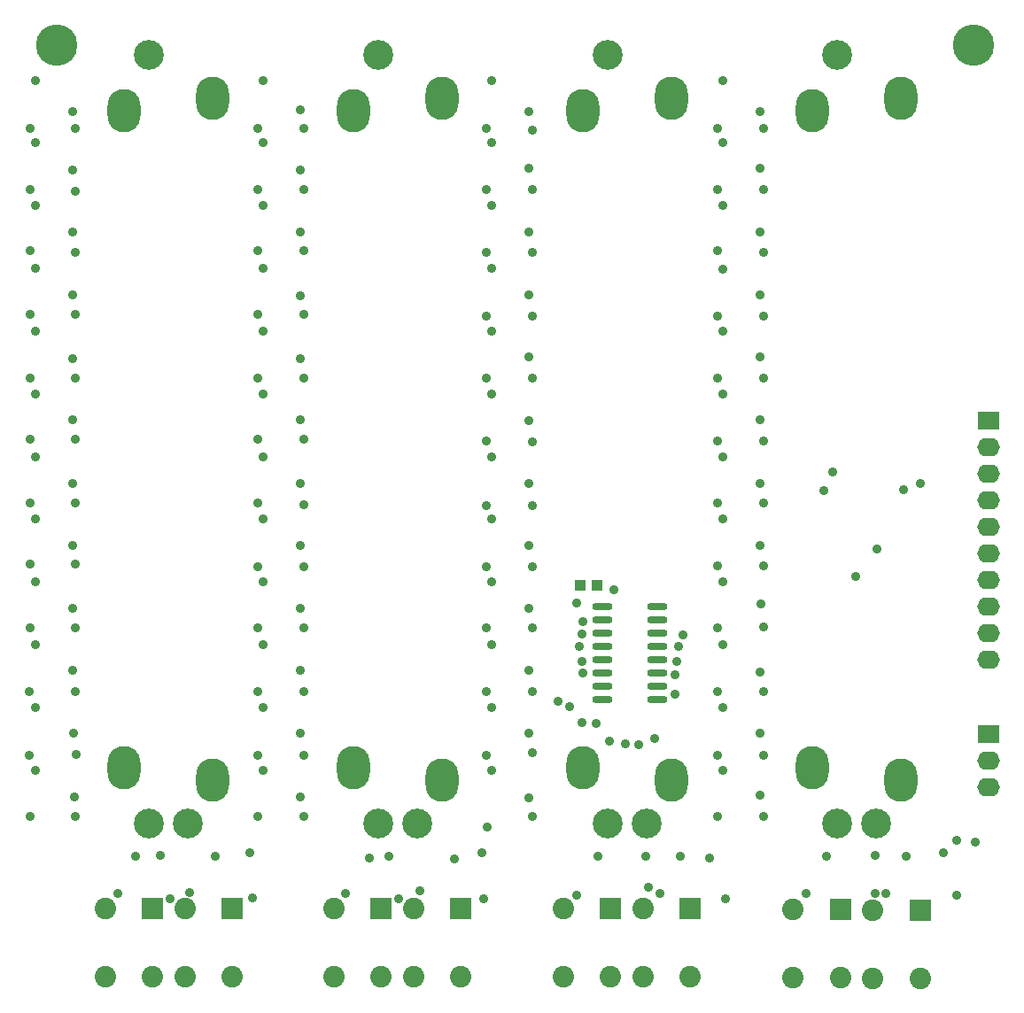
<source format=gbs>
G04*
G04 #@! TF.GenerationSoftware,Altium Limited,Altium Designer,24.7.2 (38)*
G04*
G04 Layer_Color=7949734*
%FSLAX44Y44*%
%MOMM*%
G71*
G04*
G04 #@! TF.SameCoordinates,4798D7E4-1403-4A70-8607-6B62460FE5A0*
G04*
G04*
G04 #@! TF.FilePolarity,Negative*
G04*
G01*
G75*
%ADD23R,1.0800X1.1300*%
%ADD26O,3.1500X4.1500*%
%ADD27C,2.8500*%
%ADD28C,2.0500*%
%ADD29R,2.0500X2.0500*%
%ADD30O,2.1500X1.7500*%
%ADD31R,2.1500X1.7500*%
%ADD32C,0.9120*%
%ADD33C,3.9600*%
%ADD57O,1.9500X0.7500*%
D23*
X544750Y-561340D02*
D03*
X560150D02*
D03*
D26*
X412327Y-747250D02*
D03*
Y-95250D02*
D03*
X327327Y-735250D02*
D03*
Y-107250D02*
D03*
X850900Y-747250D02*
D03*
Y-95250D02*
D03*
X765900Y-735250D02*
D03*
Y-107250D02*
D03*
X546613D02*
D03*
Y-735250D02*
D03*
X631613Y-95250D02*
D03*
Y-747250D02*
D03*
X108040Y-107250D02*
D03*
Y-735250D02*
D03*
X193040Y-95250D02*
D03*
Y-747250D02*
D03*
D27*
X388327Y-788750D02*
D03*
X351327D02*
D03*
Y-53750D02*
D03*
X826900Y-788750D02*
D03*
X789900D02*
D03*
Y-53750D02*
D03*
X570613D02*
D03*
Y-788750D02*
D03*
X607613D02*
D03*
X132040Y-53750D02*
D03*
Y-788750D02*
D03*
X169040D02*
D03*
D28*
X385170Y-935470D02*
D03*
Y-870470D02*
D03*
X430170Y-935470D02*
D03*
X528680D02*
D03*
Y-870470D02*
D03*
X573680Y-935470D02*
D03*
X824230Y-936740D02*
D03*
Y-871740D02*
D03*
X869230Y-936740D02*
D03*
X748030Y-935990D02*
D03*
Y-870990D02*
D03*
X793030Y-935990D02*
D03*
X604880Y-935470D02*
D03*
Y-870470D02*
D03*
X649880Y-935470D02*
D03*
X166730D02*
D03*
Y-870470D02*
D03*
X211730Y-935470D02*
D03*
X308970D02*
D03*
Y-870470D02*
D03*
X353970Y-935470D02*
D03*
X90530D02*
D03*
Y-870470D02*
D03*
X135530Y-935470D02*
D03*
D29*
X430170Y-870470D02*
D03*
X573680D02*
D03*
X869230Y-871740D02*
D03*
X793030Y-870990D02*
D03*
X649880Y-870470D02*
D03*
X211730D02*
D03*
X353970D02*
D03*
X135530D02*
D03*
D30*
X934720Y-754380D02*
D03*
Y-728980D02*
D03*
Y-632460D02*
D03*
Y-607060D02*
D03*
Y-556260D02*
D03*
Y-581660D02*
D03*
Y-429260D02*
D03*
Y-454660D02*
D03*
Y-480060D02*
D03*
Y-530860D02*
D03*
Y-505460D02*
D03*
D31*
Y-703580D02*
D03*
Y-403860D02*
D03*
D32*
X576580Y-565150D02*
D03*
X361950Y-820420D02*
D03*
X561340D02*
D03*
X607060D02*
D03*
X640080D02*
D03*
X826770Y-855980D02*
D03*
Y-819150D02*
D03*
X855980Y-820420D02*
D03*
X853440Y-469900D02*
D03*
X869950Y-463550D02*
D03*
X342900Y-821690D02*
D03*
X143510Y-819150D02*
D03*
X119380Y-820420D02*
D03*
X195580D02*
D03*
X228600Y-816610D02*
D03*
X450850D02*
D03*
X424180Y-822960D02*
D03*
X668020Y-821690D02*
D03*
X779780Y-820420D02*
D03*
X716280Y-107950D02*
D03*
X720090Y-124460D02*
D03*
X716280Y-162560D02*
D03*
X720090Y-182880D02*
D03*
X716280Y-223520D02*
D03*
X720090Y-242570D02*
D03*
X716280Y-283210D02*
D03*
X720090Y-303530D02*
D03*
X716280Y-342900D02*
D03*
X720090Y-363220D02*
D03*
X716280Y-402590D02*
D03*
X720090Y-422910D02*
D03*
X716280Y-463550D02*
D03*
X720090Y-482600D02*
D03*
X716280Y-523240D02*
D03*
X720090Y-542290D02*
D03*
X717550Y-579120D02*
D03*
X720090Y-600710D02*
D03*
X716280Y-643890D02*
D03*
X720090Y-662940D02*
D03*
X716280Y-702310D02*
D03*
X720090Y-723900D02*
D03*
X716280Y-762000D02*
D03*
X720090Y-782320D02*
D03*
X495300Y-107950D02*
D03*
X499110Y-125730D02*
D03*
X495300Y-162560D02*
D03*
X499110Y-182880D02*
D03*
X495300Y-223520D02*
D03*
X499110Y-242570D02*
D03*
X495300Y-283210D02*
D03*
X499110Y-303530D02*
D03*
X495300Y-342900D02*
D03*
X499110Y-363220D02*
D03*
X495300Y-403860D02*
D03*
X499110Y-424180D02*
D03*
X495300Y-463550D02*
D03*
X499110Y-485140D02*
D03*
X495300Y-523240D02*
D03*
X499110Y-543560D02*
D03*
X495300Y-582930D02*
D03*
X499110Y-601980D02*
D03*
X495300Y-642620D02*
D03*
X499110Y-662940D02*
D03*
X495300Y-702310D02*
D03*
X499110Y-721360D02*
D03*
X495300Y-764540D02*
D03*
X455930Y-792480D02*
D03*
X499110Y-782320D02*
D03*
X276860Y-106680D02*
D03*
X280670Y-124460D02*
D03*
X276860Y-163830D02*
D03*
X280670Y-182880D02*
D03*
X276860Y-223520D02*
D03*
X280670Y-241300D02*
D03*
X276860Y-284480D02*
D03*
X280670Y-302260D02*
D03*
X276860Y-344170D02*
D03*
X280670Y-363220D02*
D03*
X276860Y-402590D02*
D03*
X280670Y-421640D02*
D03*
X276860Y-463550D02*
D03*
X280670Y-483870D02*
D03*
X276860Y-523240D02*
D03*
X280670Y-543560D02*
D03*
X276860Y-582930D02*
D03*
X280670Y-601980D02*
D03*
X276860Y-642620D02*
D03*
X280670Y-662940D02*
D03*
X276860Y-702310D02*
D03*
X280670Y-723900D02*
D03*
X276860Y-763270D02*
D03*
X280670Y-782320D02*
D03*
X59690Y-107950D02*
D03*
X62230Y-124460D02*
D03*
X59690Y-163830D02*
D03*
X62230Y-184150D02*
D03*
X59690Y-223520D02*
D03*
X62230Y-242570D02*
D03*
X59690Y-283210D02*
D03*
X62230Y-302260D02*
D03*
X59690Y-344170D02*
D03*
X62230Y-363220D02*
D03*
X59690Y-402590D02*
D03*
X62230Y-421640D02*
D03*
X59690Y-463550D02*
D03*
X62230Y-482600D02*
D03*
X59690Y-523240D02*
D03*
X62230Y-541020D02*
D03*
X59690Y-582930D02*
D03*
X62230Y-601980D02*
D03*
X59690Y-642620D02*
D03*
X62230Y-662940D02*
D03*
X541020Y-577850D02*
D03*
X59969Y-702659D02*
D03*
X62509Y-722979D02*
D03*
X62230Y-782320D02*
D03*
X19050D02*
D03*
X60960Y-763270D02*
D03*
X546100Y-692150D02*
D03*
X904240Y-805180D02*
D03*
X922020Y-806450D02*
D03*
X891540Y-816610D02*
D03*
X904240Y-857250D02*
D03*
X681140Y-78232D02*
D03*
Y-138199D02*
D03*
Y-198166D02*
D03*
X680746Y-258736D02*
D03*
X681140Y-318100D02*
D03*
Y-378068D02*
D03*
Y-438035D02*
D03*
Y-498002D02*
D03*
Y-557969D02*
D03*
Y-617936D02*
D03*
Y-677903D02*
D03*
Y-737870D02*
D03*
X460160D02*
D03*
Y-677903D02*
D03*
Y-617936D02*
D03*
Y-557969D02*
D03*
Y-498002D02*
D03*
Y-438035D02*
D03*
Y-378068D02*
D03*
Y-318100D02*
D03*
Y-258133D02*
D03*
Y-198166D02*
D03*
Y-138199D02*
D03*
Y-78232D02*
D03*
X241720D02*
D03*
Y-138199D02*
D03*
Y-198166D02*
D03*
Y-258133D02*
D03*
Y-318100D02*
D03*
Y-378068D02*
D03*
Y-438035D02*
D03*
Y-498002D02*
D03*
Y-557969D02*
D03*
Y-617936D02*
D03*
X241300Y-677672D02*
D03*
X241720Y-737870D02*
D03*
X24130Y-318100D02*
D03*
X675720Y-124460D02*
D03*
Y-182880D02*
D03*
Y-241300D02*
D03*
Y-303530D02*
D03*
Y-363220D02*
D03*
Y-422910D02*
D03*
Y-482600D02*
D03*
Y-542290D02*
D03*
Y-601980D02*
D03*
Y-662940D02*
D03*
Y-723900D02*
D03*
Y-782320D02*
D03*
X454660Y-124460D02*
D03*
Y-182880D02*
D03*
Y-242570D02*
D03*
Y-303530D02*
D03*
Y-363220D02*
D03*
X454740Y-422910D02*
D03*
Y-485140D02*
D03*
Y-543560D02*
D03*
X454660Y-601980D02*
D03*
Y-662940D02*
D03*
Y-723900D02*
D03*
X236300Y-124460D02*
D03*
Y-182880D02*
D03*
Y-241300D02*
D03*
Y-302260D02*
D03*
Y-363220D02*
D03*
Y-421640D02*
D03*
Y-482600D02*
D03*
Y-543560D02*
D03*
Y-601980D02*
D03*
Y-662940D02*
D03*
Y-723900D02*
D03*
Y-782320D02*
D03*
X19050Y-124460D02*
D03*
Y-182880D02*
D03*
Y-241300D02*
D03*
Y-302260D02*
D03*
Y-363220D02*
D03*
Y-421640D02*
D03*
Y-482600D02*
D03*
Y-541020D02*
D03*
Y-601980D02*
D03*
X17780Y-662940D02*
D03*
Y-723900D02*
D03*
X24130Y-78232D02*
D03*
Y-138199D02*
D03*
Y-198166D02*
D03*
Y-258133D02*
D03*
Y-378068D02*
D03*
Y-438035D02*
D03*
Y-498002D02*
D03*
Y-557969D02*
D03*
Y-617936D02*
D03*
Y-677903D02*
D03*
Y-737870D02*
D03*
X102870Y-855980D02*
D03*
X152400Y-861060D02*
D03*
X171450Y-854710D02*
D03*
X231140Y-859790D02*
D03*
X320040Y-855980D02*
D03*
X370840Y-861060D02*
D03*
X391160Y-853440D02*
D03*
X452120Y-861060D02*
D03*
X541020Y-857250D02*
D03*
X609600Y-849630D02*
D03*
X621030Y-855980D02*
D03*
X683260Y-861060D02*
D03*
X760730Y-855980D02*
D03*
X836930D02*
D03*
X547370Y-645160D02*
D03*
X642640Y-608249D02*
D03*
X785795Y-452541D02*
D03*
X827705Y-526200D02*
D03*
X807385Y-552870D02*
D03*
X776905Y-470321D02*
D03*
X547370Y-595630D02*
D03*
X635000Y-665480D02*
D03*
X636690Y-634065D02*
D03*
X638810Y-619760D02*
D03*
X635000Y-646430D02*
D03*
X546100Y-633730D02*
D03*
X543560Y-619760D02*
D03*
X546521Y-607395D02*
D03*
X615950Y-707390D02*
D03*
X600397Y-713307D02*
D03*
X588010Y-712470D02*
D03*
X572770Y-709930D02*
D03*
X559460Y-693127D02*
D03*
X534670Y-676910D02*
D03*
X523240Y-671830D02*
D03*
D33*
X920750Y-44450D02*
D03*
X44450D02*
D03*
D57*
X617820Y-581660D02*
D03*
Y-594360D02*
D03*
Y-607060D02*
D03*
Y-619760D02*
D03*
Y-632460D02*
D03*
Y-645160D02*
D03*
Y-657860D02*
D03*
Y-670560D02*
D03*
X565820Y-581660D02*
D03*
Y-594360D02*
D03*
Y-607060D02*
D03*
Y-619760D02*
D03*
Y-632460D02*
D03*
Y-645160D02*
D03*
Y-657860D02*
D03*
Y-670560D02*
D03*
M02*

</source>
